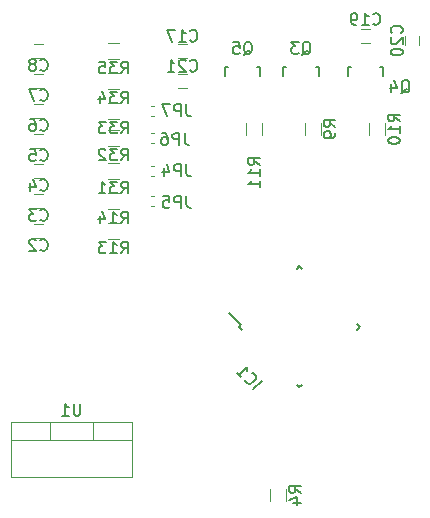
<source format=gbo>
G04 #@! TF.FileFunction,Legend,Bot*
%FSLAX46Y46*%
G04 Gerber Fmt 4.6, Leading zero omitted, Abs format (unit mm)*
G04 Created by KiCad (PCBNEW 4.0.2-stable) date 01.03.2017 20:49:35*
%MOMM*%
G01*
G04 APERTURE LIST*
%ADD10C,0.100000*%
%ADD11C,0.150000*%
%ADD12C,0.120000*%
G04 APERTURE END LIST*
D10*
D11*
X132177840Y-72501760D02*
X132226100Y-72501760D01*
X134976820Y-73202800D02*
X134976820Y-72501760D01*
X134976820Y-72501760D02*
X134727900Y-72501760D01*
X132177840Y-72501760D02*
X131977180Y-72501760D01*
X131977180Y-72501760D02*
X131977180Y-73202800D01*
X137638840Y-72501760D02*
X137687100Y-72501760D01*
X140437820Y-73202800D02*
X140437820Y-72501760D01*
X140437820Y-72501760D02*
X140188900Y-72501760D01*
X137638840Y-72501760D02*
X137438180Y-72501760D01*
X137438180Y-72501760D02*
X137438180Y-73202800D01*
X127224840Y-72501760D02*
X127273100Y-72501760D01*
X130023820Y-73202800D02*
X130023820Y-72501760D01*
X130023820Y-72501760D02*
X129774900Y-72501760D01*
X127224840Y-72501760D02*
X127024180Y-72501760D01*
X127024180Y-72501760D02*
X127024180Y-73202800D01*
X128223476Y-94488000D02*
X128382575Y-94328901D01*
X133350000Y-99614524D02*
X133579810Y-99384714D01*
X138476524Y-94488000D02*
X138246714Y-94717810D01*
X133350000Y-89361476D02*
X133120190Y-89591286D01*
X128223476Y-94488000D02*
X128453286Y-94717810D01*
X133350000Y-89361476D02*
X133579810Y-89591286D01*
X138476524Y-94488000D02*
X138246714Y-94258190D01*
X133350000Y-99614524D02*
X133120190Y-99384714D01*
X128382575Y-94328901D02*
X127374948Y-93321274D01*
D12*
X120784000Y-80840000D02*
X121024000Y-80840000D01*
X121024000Y-81720000D02*
X120784000Y-81720000D01*
X120784000Y-83380000D02*
X121024000Y-83380000D01*
X121024000Y-84260000D02*
X120784000Y-84260000D01*
X121024000Y-78926000D02*
X120784000Y-78926000D01*
X120784000Y-78046000D02*
X121024000Y-78046000D01*
X121024000Y-76640000D02*
X120784000Y-76640000D01*
X120784000Y-75760000D02*
X121024000Y-75760000D01*
X118102000Y-85680000D02*
X117102000Y-85680000D01*
X117102000Y-87040000D02*
X118102000Y-87040000D01*
X118102000Y-83140000D02*
X117102000Y-83140000D01*
X117102000Y-84500000D02*
X118102000Y-84500000D01*
X118102000Y-80600000D02*
X117102000Y-80600000D01*
X117102000Y-81960000D02*
X118102000Y-81960000D01*
X118102000Y-77806000D02*
X117102000Y-77806000D01*
X117102000Y-79166000D02*
X118102000Y-79166000D01*
X118102000Y-75520000D02*
X117102000Y-75520000D01*
X117102000Y-76880000D02*
X118102000Y-76880000D01*
X118102000Y-72980000D02*
X117102000Y-72980000D01*
X117102000Y-74340000D02*
X118102000Y-74340000D01*
X118102000Y-70440000D02*
X117102000Y-70440000D01*
X117102000Y-71800000D02*
X118102000Y-71800000D01*
X110902000Y-86960000D02*
X111602000Y-86960000D01*
X111602000Y-85760000D02*
X110902000Y-85760000D01*
X110902000Y-84420000D02*
X111602000Y-84420000D01*
X111602000Y-83220000D02*
X110902000Y-83220000D01*
X110902000Y-81880000D02*
X111602000Y-81880000D01*
X111602000Y-80680000D02*
X110902000Y-80680000D01*
X110902000Y-79340000D02*
X111602000Y-79340000D01*
X111602000Y-78140000D02*
X110902000Y-78140000D01*
X110902000Y-76800000D02*
X111602000Y-76800000D01*
X111602000Y-75600000D02*
X110902000Y-75600000D01*
X110902000Y-74260000D02*
X111602000Y-74260000D01*
X111602000Y-73060000D02*
X110902000Y-73060000D01*
X110902000Y-71720000D02*
X111602000Y-71720000D01*
X111602000Y-70520000D02*
X110902000Y-70520000D01*
X123794000Y-70520000D02*
X123094000Y-70520000D01*
X123094000Y-71720000D02*
X123794000Y-71720000D01*
X138588000Y-70450000D02*
X139288000Y-70450000D01*
X139288000Y-69250000D02*
X138588000Y-69250000D01*
X142275000Y-69881000D02*
X142275000Y-70581000D01*
X143475000Y-70581000D02*
X143475000Y-69881000D01*
X123794000Y-73060000D02*
X123094000Y-73060000D01*
X123094000Y-74260000D02*
X123794000Y-74260000D01*
X130892000Y-108212000D02*
X130892000Y-109212000D01*
X132252000Y-109212000D02*
X132252000Y-108212000D01*
X133813000Y-77224000D02*
X133813000Y-78224000D01*
X135173000Y-78224000D02*
X135173000Y-77224000D01*
X139274000Y-77224000D02*
X139274000Y-78224000D01*
X140634000Y-78224000D02*
X140634000Y-77224000D01*
X128860000Y-77224000D02*
X128860000Y-78224000D01*
X130220000Y-78224000D02*
X130220000Y-77224000D01*
X119166000Y-102536000D02*
X108926000Y-102536000D01*
X119166000Y-107177000D02*
X108926000Y-107177000D01*
X119166000Y-102536000D02*
X119166000Y-107177000D01*
X108926000Y-102536000D02*
X108926000Y-107177000D01*
X119166000Y-104046000D02*
X108926000Y-104046000D01*
X115896000Y-102536000D02*
X115896000Y-104046000D01*
X112195000Y-102536000D02*
X112195000Y-104046000D01*
D11*
X133572238Y-71449619D02*
X133667476Y-71402000D01*
X133762714Y-71306762D01*
X133905571Y-71163905D01*
X134000810Y-71116286D01*
X134096048Y-71116286D01*
X134048429Y-71354381D02*
X134143667Y-71306762D01*
X134238905Y-71211524D01*
X134286524Y-71021048D01*
X134286524Y-70687714D01*
X134238905Y-70497238D01*
X134143667Y-70402000D01*
X134048429Y-70354381D01*
X133857952Y-70354381D01*
X133762714Y-70402000D01*
X133667476Y-70497238D01*
X133619857Y-70687714D01*
X133619857Y-71021048D01*
X133667476Y-71211524D01*
X133762714Y-71306762D01*
X133857952Y-71354381D01*
X134048429Y-71354381D01*
X133286524Y-70354381D02*
X132667476Y-70354381D01*
X133000810Y-70735333D01*
X132857952Y-70735333D01*
X132762714Y-70782952D01*
X132715095Y-70830571D01*
X132667476Y-70925810D01*
X132667476Y-71163905D01*
X132715095Y-71259143D01*
X132762714Y-71306762D01*
X132857952Y-71354381D01*
X133143667Y-71354381D01*
X133238905Y-71306762D01*
X133286524Y-71259143D01*
X141954238Y-74715619D02*
X142049476Y-74668000D01*
X142144714Y-74572762D01*
X142287571Y-74429905D01*
X142382810Y-74382286D01*
X142478048Y-74382286D01*
X142430429Y-74620381D02*
X142525667Y-74572762D01*
X142620905Y-74477524D01*
X142668524Y-74287048D01*
X142668524Y-73953714D01*
X142620905Y-73763238D01*
X142525667Y-73668000D01*
X142430429Y-73620381D01*
X142239952Y-73620381D01*
X142144714Y-73668000D01*
X142049476Y-73763238D01*
X142001857Y-73953714D01*
X142001857Y-74287048D01*
X142049476Y-74477524D01*
X142144714Y-74572762D01*
X142239952Y-74620381D01*
X142430429Y-74620381D01*
X141144714Y-73953714D02*
X141144714Y-74620381D01*
X141382810Y-73572762D02*
X141620905Y-74287048D01*
X141001857Y-74287048D01*
X128619238Y-71449619D02*
X128714476Y-71402000D01*
X128809714Y-71306762D01*
X128952571Y-71163905D01*
X129047810Y-71116286D01*
X129143048Y-71116286D01*
X129095429Y-71354381D02*
X129190667Y-71306762D01*
X129285905Y-71211524D01*
X129333524Y-71021048D01*
X129333524Y-70687714D01*
X129285905Y-70497238D01*
X129190667Y-70402000D01*
X129095429Y-70354381D01*
X128904952Y-70354381D01*
X128809714Y-70402000D01*
X128714476Y-70497238D01*
X128666857Y-70687714D01*
X128666857Y-71021048D01*
X128714476Y-71211524D01*
X128809714Y-71306762D01*
X128904952Y-71354381D01*
X129095429Y-71354381D01*
X127762095Y-70354381D02*
X128238286Y-70354381D01*
X128285905Y-70830571D01*
X128238286Y-70782952D01*
X128143048Y-70735333D01*
X127904952Y-70735333D01*
X127809714Y-70782952D01*
X127762095Y-70830571D01*
X127714476Y-70925810D01*
X127714476Y-71163905D01*
X127762095Y-71259143D01*
X127809714Y-71306762D01*
X127904952Y-71354381D01*
X128143048Y-71354381D01*
X128238286Y-71306762D01*
X128285905Y-71259143D01*
X129442393Y-99776148D02*
X130149500Y-99069041D01*
X128768958Y-98968026D02*
X128768958Y-99035370D01*
X128836301Y-99170057D01*
X128903645Y-99237400D01*
X129038332Y-99304744D01*
X129173019Y-99304744D01*
X129274034Y-99271072D01*
X129442393Y-99170057D01*
X129543409Y-99069041D01*
X129644424Y-98900683D01*
X129678096Y-98799668D01*
X129678096Y-98664981D01*
X129610751Y-98530293D01*
X129543408Y-98462950D01*
X129408721Y-98395606D01*
X129341378Y-98395606D01*
X128028179Y-98361935D02*
X128432241Y-98765996D01*
X128230210Y-98563966D02*
X128937317Y-97856859D01*
X128903645Y-98025218D01*
X128903645Y-98159904D01*
X128937317Y-98260920D01*
X123769333Y-80732381D02*
X123769333Y-81446667D01*
X123816953Y-81589524D01*
X123912191Y-81684762D01*
X124055048Y-81732381D01*
X124150286Y-81732381D01*
X123293143Y-81732381D02*
X123293143Y-80732381D01*
X122912190Y-80732381D01*
X122816952Y-80780000D01*
X122769333Y-80827619D01*
X122721714Y-80922857D01*
X122721714Y-81065714D01*
X122769333Y-81160952D01*
X122816952Y-81208571D01*
X122912190Y-81256190D01*
X123293143Y-81256190D01*
X121864571Y-81065714D02*
X121864571Y-81732381D01*
X122102667Y-80684762D02*
X122340762Y-81399048D01*
X121721714Y-81399048D01*
X123769333Y-83399381D02*
X123769333Y-84113667D01*
X123816953Y-84256524D01*
X123912191Y-84351762D01*
X124055048Y-84399381D01*
X124150286Y-84399381D01*
X123293143Y-84399381D02*
X123293143Y-83399381D01*
X122912190Y-83399381D01*
X122816952Y-83447000D01*
X122769333Y-83494619D01*
X122721714Y-83589857D01*
X122721714Y-83732714D01*
X122769333Y-83827952D01*
X122816952Y-83875571D01*
X122912190Y-83923190D01*
X123293143Y-83923190D01*
X121816952Y-83399381D02*
X122293143Y-83399381D01*
X122340762Y-83875571D01*
X122293143Y-83827952D01*
X122197905Y-83780333D01*
X121959809Y-83780333D01*
X121864571Y-83827952D01*
X121816952Y-83875571D01*
X121769333Y-83970810D01*
X121769333Y-84208905D01*
X121816952Y-84304143D01*
X121864571Y-84351762D01*
X121959809Y-84399381D01*
X122197905Y-84399381D01*
X122293143Y-84351762D01*
X122340762Y-84304143D01*
X123642333Y-78065381D02*
X123642333Y-78779667D01*
X123689953Y-78922524D01*
X123785191Y-79017762D01*
X123928048Y-79065381D01*
X124023286Y-79065381D01*
X123166143Y-79065381D02*
X123166143Y-78065381D01*
X122785190Y-78065381D01*
X122689952Y-78113000D01*
X122642333Y-78160619D01*
X122594714Y-78255857D01*
X122594714Y-78398714D01*
X122642333Y-78493952D01*
X122689952Y-78541571D01*
X122785190Y-78589190D01*
X123166143Y-78589190D01*
X121737571Y-78065381D02*
X121928048Y-78065381D01*
X122023286Y-78113000D01*
X122070905Y-78160619D01*
X122166143Y-78303476D01*
X122213762Y-78493952D01*
X122213762Y-78874905D01*
X122166143Y-78970143D01*
X122118524Y-79017762D01*
X122023286Y-79065381D01*
X121832809Y-79065381D01*
X121737571Y-79017762D01*
X121689952Y-78970143D01*
X121642333Y-78874905D01*
X121642333Y-78636810D01*
X121689952Y-78541571D01*
X121737571Y-78493952D01*
X121832809Y-78446333D01*
X122023286Y-78446333D01*
X122118524Y-78493952D01*
X122166143Y-78541571D01*
X122213762Y-78636810D01*
X123769333Y-75652381D02*
X123769333Y-76366667D01*
X123816953Y-76509524D01*
X123912191Y-76604762D01*
X124055048Y-76652381D01*
X124150286Y-76652381D01*
X123293143Y-76652381D02*
X123293143Y-75652381D01*
X122912190Y-75652381D01*
X122816952Y-75700000D01*
X122769333Y-75747619D01*
X122721714Y-75842857D01*
X122721714Y-75985714D01*
X122769333Y-76080952D01*
X122816952Y-76128571D01*
X122912190Y-76176190D01*
X123293143Y-76176190D01*
X122388381Y-75652381D02*
X121721714Y-75652381D01*
X122150286Y-76652381D01*
X118244857Y-88262381D02*
X118578191Y-87786190D01*
X118816286Y-88262381D02*
X118816286Y-87262381D01*
X118435333Y-87262381D01*
X118340095Y-87310000D01*
X118292476Y-87357619D01*
X118244857Y-87452857D01*
X118244857Y-87595714D01*
X118292476Y-87690952D01*
X118340095Y-87738571D01*
X118435333Y-87786190D01*
X118816286Y-87786190D01*
X117292476Y-88262381D02*
X117863905Y-88262381D01*
X117578191Y-88262381D02*
X117578191Y-87262381D01*
X117673429Y-87405238D01*
X117768667Y-87500476D01*
X117863905Y-87548095D01*
X116959143Y-87262381D02*
X116340095Y-87262381D01*
X116673429Y-87643333D01*
X116530571Y-87643333D01*
X116435333Y-87690952D01*
X116387714Y-87738571D01*
X116340095Y-87833810D01*
X116340095Y-88071905D01*
X116387714Y-88167143D01*
X116435333Y-88214762D01*
X116530571Y-88262381D01*
X116816286Y-88262381D01*
X116911524Y-88214762D01*
X116959143Y-88167143D01*
X118244857Y-85722381D02*
X118578191Y-85246190D01*
X118816286Y-85722381D02*
X118816286Y-84722381D01*
X118435333Y-84722381D01*
X118340095Y-84770000D01*
X118292476Y-84817619D01*
X118244857Y-84912857D01*
X118244857Y-85055714D01*
X118292476Y-85150952D01*
X118340095Y-85198571D01*
X118435333Y-85246190D01*
X118816286Y-85246190D01*
X117292476Y-85722381D02*
X117863905Y-85722381D01*
X117578191Y-85722381D02*
X117578191Y-84722381D01*
X117673429Y-84865238D01*
X117768667Y-84960476D01*
X117863905Y-85008095D01*
X116435333Y-85055714D02*
X116435333Y-85722381D01*
X116673429Y-84674762D02*
X116911524Y-85389048D01*
X116292476Y-85389048D01*
X118244857Y-83182381D02*
X118578191Y-82706190D01*
X118816286Y-83182381D02*
X118816286Y-82182381D01*
X118435333Y-82182381D01*
X118340095Y-82230000D01*
X118292476Y-82277619D01*
X118244857Y-82372857D01*
X118244857Y-82515714D01*
X118292476Y-82610952D01*
X118340095Y-82658571D01*
X118435333Y-82706190D01*
X118816286Y-82706190D01*
X117911524Y-82182381D02*
X117292476Y-82182381D01*
X117625810Y-82563333D01*
X117482952Y-82563333D01*
X117387714Y-82610952D01*
X117340095Y-82658571D01*
X117292476Y-82753810D01*
X117292476Y-82991905D01*
X117340095Y-83087143D01*
X117387714Y-83134762D01*
X117482952Y-83182381D01*
X117768667Y-83182381D01*
X117863905Y-83134762D01*
X117911524Y-83087143D01*
X116340095Y-83182381D02*
X116911524Y-83182381D01*
X116625810Y-83182381D02*
X116625810Y-82182381D01*
X116721048Y-82325238D01*
X116816286Y-82420476D01*
X116911524Y-82468095D01*
X118244857Y-80388381D02*
X118578191Y-79912190D01*
X118816286Y-80388381D02*
X118816286Y-79388381D01*
X118435333Y-79388381D01*
X118340095Y-79436000D01*
X118292476Y-79483619D01*
X118244857Y-79578857D01*
X118244857Y-79721714D01*
X118292476Y-79816952D01*
X118340095Y-79864571D01*
X118435333Y-79912190D01*
X118816286Y-79912190D01*
X117911524Y-79388381D02*
X117292476Y-79388381D01*
X117625810Y-79769333D01*
X117482952Y-79769333D01*
X117387714Y-79816952D01*
X117340095Y-79864571D01*
X117292476Y-79959810D01*
X117292476Y-80197905D01*
X117340095Y-80293143D01*
X117387714Y-80340762D01*
X117482952Y-80388381D01*
X117768667Y-80388381D01*
X117863905Y-80340762D01*
X117911524Y-80293143D01*
X116911524Y-79483619D02*
X116863905Y-79436000D01*
X116768667Y-79388381D01*
X116530571Y-79388381D01*
X116435333Y-79436000D01*
X116387714Y-79483619D01*
X116340095Y-79578857D01*
X116340095Y-79674095D01*
X116387714Y-79816952D01*
X116959143Y-80388381D01*
X116340095Y-80388381D01*
X118244857Y-78102381D02*
X118578191Y-77626190D01*
X118816286Y-78102381D02*
X118816286Y-77102381D01*
X118435333Y-77102381D01*
X118340095Y-77150000D01*
X118292476Y-77197619D01*
X118244857Y-77292857D01*
X118244857Y-77435714D01*
X118292476Y-77530952D01*
X118340095Y-77578571D01*
X118435333Y-77626190D01*
X118816286Y-77626190D01*
X117911524Y-77102381D02*
X117292476Y-77102381D01*
X117625810Y-77483333D01*
X117482952Y-77483333D01*
X117387714Y-77530952D01*
X117340095Y-77578571D01*
X117292476Y-77673810D01*
X117292476Y-77911905D01*
X117340095Y-78007143D01*
X117387714Y-78054762D01*
X117482952Y-78102381D01*
X117768667Y-78102381D01*
X117863905Y-78054762D01*
X117911524Y-78007143D01*
X116959143Y-77102381D02*
X116340095Y-77102381D01*
X116673429Y-77483333D01*
X116530571Y-77483333D01*
X116435333Y-77530952D01*
X116387714Y-77578571D01*
X116340095Y-77673810D01*
X116340095Y-77911905D01*
X116387714Y-78007143D01*
X116435333Y-78054762D01*
X116530571Y-78102381D01*
X116816286Y-78102381D01*
X116911524Y-78054762D01*
X116959143Y-78007143D01*
X118244857Y-75562381D02*
X118578191Y-75086190D01*
X118816286Y-75562381D02*
X118816286Y-74562381D01*
X118435333Y-74562381D01*
X118340095Y-74610000D01*
X118292476Y-74657619D01*
X118244857Y-74752857D01*
X118244857Y-74895714D01*
X118292476Y-74990952D01*
X118340095Y-75038571D01*
X118435333Y-75086190D01*
X118816286Y-75086190D01*
X117911524Y-74562381D02*
X117292476Y-74562381D01*
X117625810Y-74943333D01*
X117482952Y-74943333D01*
X117387714Y-74990952D01*
X117340095Y-75038571D01*
X117292476Y-75133810D01*
X117292476Y-75371905D01*
X117340095Y-75467143D01*
X117387714Y-75514762D01*
X117482952Y-75562381D01*
X117768667Y-75562381D01*
X117863905Y-75514762D01*
X117911524Y-75467143D01*
X116435333Y-74895714D02*
X116435333Y-75562381D01*
X116673429Y-74514762D02*
X116911524Y-75229048D01*
X116292476Y-75229048D01*
X118244857Y-73022381D02*
X118578191Y-72546190D01*
X118816286Y-73022381D02*
X118816286Y-72022381D01*
X118435333Y-72022381D01*
X118340095Y-72070000D01*
X118292476Y-72117619D01*
X118244857Y-72212857D01*
X118244857Y-72355714D01*
X118292476Y-72450952D01*
X118340095Y-72498571D01*
X118435333Y-72546190D01*
X118816286Y-72546190D01*
X117911524Y-72022381D02*
X117292476Y-72022381D01*
X117625810Y-72403333D01*
X117482952Y-72403333D01*
X117387714Y-72450952D01*
X117340095Y-72498571D01*
X117292476Y-72593810D01*
X117292476Y-72831905D01*
X117340095Y-72927143D01*
X117387714Y-72974762D01*
X117482952Y-73022381D01*
X117768667Y-73022381D01*
X117863905Y-72974762D01*
X117911524Y-72927143D01*
X116387714Y-72022381D02*
X116863905Y-72022381D01*
X116911524Y-72498571D01*
X116863905Y-72450952D01*
X116768667Y-72403333D01*
X116530571Y-72403333D01*
X116435333Y-72450952D01*
X116387714Y-72498571D01*
X116340095Y-72593810D01*
X116340095Y-72831905D01*
X116387714Y-72927143D01*
X116435333Y-72974762D01*
X116530571Y-73022381D01*
X116768667Y-73022381D01*
X116863905Y-72974762D01*
X116911524Y-72927143D01*
X111418666Y-87967143D02*
X111466285Y-88014762D01*
X111609142Y-88062381D01*
X111704380Y-88062381D01*
X111847238Y-88014762D01*
X111942476Y-87919524D01*
X111990095Y-87824286D01*
X112037714Y-87633810D01*
X112037714Y-87490952D01*
X111990095Y-87300476D01*
X111942476Y-87205238D01*
X111847238Y-87110000D01*
X111704380Y-87062381D01*
X111609142Y-87062381D01*
X111466285Y-87110000D01*
X111418666Y-87157619D01*
X111037714Y-87157619D02*
X110990095Y-87110000D01*
X110894857Y-87062381D01*
X110656761Y-87062381D01*
X110561523Y-87110000D01*
X110513904Y-87157619D01*
X110466285Y-87252857D01*
X110466285Y-87348095D01*
X110513904Y-87490952D01*
X111085333Y-88062381D01*
X110466285Y-88062381D01*
X111418666Y-85427143D02*
X111466285Y-85474762D01*
X111609142Y-85522381D01*
X111704380Y-85522381D01*
X111847238Y-85474762D01*
X111942476Y-85379524D01*
X111990095Y-85284286D01*
X112037714Y-85093810D01*
X112037714Y-84950952D01*
X111990095Y-84760476D01*
X111942476Y-84665238D01*
X111847238Y-84570000D01*
X111704380Y-84522381D01*
X111609142Y-84522381D01*
X111466285Y-84570000D01*
X111418666Y-84617619D01*
X111085333Y-84522381D02*
X110466285Y-84522381D01*
X110799619Y-84903333D01*
X110656761Y-84903333D01*
X110561523Y-84950952D01*
X110513904Y-84998571D01*
X110466285Y-85093810D01*
X110466285Y-85331905D01*
X110513904Y-85427143D01*
X110561523Y-85474762D01*
X110656761Y-85522381D01*
X110942476Y-85522381D01*
X111037714Y-85474762D01*
X111085333Y-85427143D01*
X111418666Y-82887143D02*
X111466285Y-82934762D01*
X111609142Y-82982381D01*
X111704380Y-82982381D01*
X111847238Y-82934762D01*
X111942476Y-82839524D01*
X111990095Y-82744286D01*
X112037714Y-82553810D01*
X112037714Y-82410952D01*
X111990095Y-82220476D01*
X111942476Y-82125238D01*
X111847238Y-82030000D01*
X111704380Y-81982381D01*
X111609142Y-81982381D01*
X111466285Y-82030000D01*
X111418666Y-82077619D01*
X110561523Y-82315714D02*
X110561523Y-82982381D01*
X110799619Y-81934762D02*
X111037714Y-82649048D01*
X110418666Y-82649048D01*
X111418666Y-80347143D02*
X111466285Y-80394762D01*
X111609142Y-80442381D01*
X111704380Y-80442381D01*
X111847238Y-80394762D01*
X111942476Y-80299524D01*
X111990095Y-80204286D01*
X112037714Y-80013810D01*
X112037714Y-79870952D01*
X111990095Y-79680476D01*
X111942476Y-79585238D01*
X111847238Y-79490000D01*
X111704380Y-79442381D01*
X111609142Y-79442381D01*
X111466285Y-79490000D01*
X111418666Y-79537619D01*
X110513904Y-79442381D02*
X110990095Y-79442381D01*
X111037714Y-79918571D01*
X110990095Y-79870952D01*
X110894857Y-79823333D01*
X110656761Y-79823333D01*
X110561523Y-79870952D01*
X110513904Y-79918571D01*
X110466285Y-80013810D01*
X110466285Y-80251905D01*
X110513904Y-80347143D01*
X110561523Y-80394762D01*
X110656761Y-80442381D01*
X110894857Y-80442381D01*
X110990095Y-80394762D01*
X111037714Y-80347143D01*
X111418666Y-77807143D02*
X111466285Y-77854762D01*
X111609142Y-77902381D01*
X111704380Y-77902381D01*
X111847238Y-77854762D01*
X111942476Y-77759524D01*
X111990095Y-77664286D01*
X112037714Y-77473810D01*
X112037714Y-77330952D01*
X111990095Y-77140476D01*
X111942476Y-77045238D01*
X111847238Y-76950000D01*
X111704380Y-76902381D01*
X111609142Y-76902381D01*
X111466285Y-76950000D01*
X111418666Y-76997619D01*
X110561523Y-76902381D02*
X110752000Y-76902381D01*
X110847238Y-76950000D01*
X110894857Y-76997619D01*
X110990095Y-77140476D01*
X111037714Y-77330952D01*
X111037714Y-77711905D01*
X110990095Y-77807143D01*
X110942476Y-77854762D01*
X110847238Y-77902381D01*
X110656761Y-77902381D01*
X110561523Y-77854762D01*
X110513904Y-77807143D01*
X110466285Y-77711905D01*
X110466285Y-77473810D01*
X110513904Y-77378571D01*
X110561523Y-77330952D01*
X110656761Y-77283333D01*
X110847238Y-77283333D01*
X110942476Y-77330952D01*
X110990095Y-77378571D01*
X111037714Y-77473810D01*
X111418666Y-75267143D02*
X111466285Y-75314762D01*
X111609142Y-75362381D01*
X111704380Y-75362381D01*
X111847238Y-75314762D01*
X111942476Y-75219524D01*
X111990095Y-75124286D01*
X112037714Y-74933810D01*
X112037714Y-74790952D01*
X111990095Y-74600476D01*
X111942476Y-74505238D01*
X111847238Y-74410000D01*
X111704380Y-74362381D01*
X111609142Y-74362381D01*
X111466285Y-74410000D01*
X111418666Y-74457619D01*
X111085333Y-74362381D02*
X110418666Y-74362381D01*
X110847238Y-75362381D01*
X111418666Y-72727143D02*
X111466285Y-72774762D01*
X111609142Y-72822381D01*
X111704380Y-72822381D01*
X111847238Y-72774762D01*
X111942476Y-72679524D01*
X111990095Y-72584286D01*
X112037714Y-72393810D01*
X112037714Y-72250952D01*
X111990095Y-72060476D01*
X111942476Y-71965238D01*
X111847238Y-71870000D01*
X111704380Y-71822381D01*
X111609142Y-71822381D01*
X111466285Y-71870000D01*
X111418666Y-71917619D01*
X110847238Y-72250952D02*
X110942476Y-72203333D01*
X110990095Y-72155714D01*
X111037714Y-72060476D01*
X111037714Y-72012857D01*
X110990095Y-71917619D01*
X110942476Y-71870000D01*
X110847238Y-71822381D01*
X110656761Y-71822381D01*
X110561523Y-71870000D01*
X110513904Y-71917619D01*
X110466285Y-72012857D01*
X110466285Y-72060476D01*
X110513904Y-72155714D01*
X110561523Y-72203333D01*
X110656761Y-72250952D01*
X110847238Y-72250952D01*
X110942476Y-72298571D01*
X110990095Y-72346190D01*
X111037714Y-72441429D01*
X111037714Y-72631905D01*
X110990095Y-72727143D01*
X110942476Y-72774762D01*
X110847238Y-72822381D01*
X110656761Y-72822381D01*
X110561523Y-72774762D01*
X110513904Y-72727143D01*
X110466285Y-72631905D01*
X110466285Y-72441429D01*
X110513904Y-72346190D01*
X110561523Y-72298571D01*
X110656761Y-72250952D01*
X124086857Y-70227143D02*
X124134476Y-70274762D01*
X124277333Y-70322381D01*
X124372571Y-70322381D01*
X124515429Y-70274762D01*
X124610667Y-70179524D01*
X124658286Y-70084286D01*
X124705905Y-69893810D01*
X124705905Y-69750952D01*
X124658286Y-69560476D01*
X124610667Y-69465238D01*
X124515429Y-69370000D01*
X124372571Y-69322381D01*
X124277333Y-69322381D01*
X124134476Y-69370000D01*
X124086857Y-69417619D01*
X123134476Y-70322381D02*
X123705905Y-70322381D01*
X123420191Y-70322381D02*
X123420191Y-69322381D01*
X123515429Y-69465238D01*
X123610667Y-69560476D01*
X123705905Y-69608095D01*
X122801143Y-69322381D02*
X122134476Y-69322381D01*
X122563048Y-70322381D01*
X139580857Y-68810143D02*
X139628476Y-68857762D01*
X139771333Y-68905381D01*
X139866571Y-68905381D01*
X140009429Y-68857762D01*
X140104667Y-68762524D01*
X140152286Y-68667286D01*
X140199905Y-68476810D01*
X140199905Y-68333952D01*
X140152286Y-68143476D01*
X140104667Y-68048238D01*
X140009429Y-67953000D01*
X139866571Y-67905381D01*
X139771333Y-67905381D01*
X139628476Y-67953000D01*
X139580857Y-68000619D01*
X138628476Y-68905381D02*
X139199905Y-68905381D01*
X138914191Y-68905381D02*
X138914191Y-67905381D01*
X139009429Y-68048238D01*
X139104667Y-68143476D01*
X139199905Y-68191095D01*
X138152286Y-68905381D02*
X137961810Y-68905381D01*
X137866571Y-68857762D01*
X137818952Y-68810143D01*
X137723714Y-68667286D01*
X137676095Y-68476810D01*
X137676095Y-68095857D01*
X137723714Y-68000619D01*
X137771333Y-67953000D01*
X137866571Y-67905381D01*
X138057048Y-67905381D01*
X138152286Y-67953000D01*
X138199905Y-68000619D01*
X138247524Y-68095857D01*
X138247524Y-68333952D01*
X138199905Y-68429190D01*
X138152286Y-68476810D01*
X138057048Y-68524429D01*
X137866571Y-68524429D01*
X137771333Y-68476810D01*
X137723714Y-68429190D01*
X137676095Y-68333952D01*
X141982143Y-69588143D02*
X142029762Y-69540524D01*
X142077381Y-69397667D01*
X142077381Y-69302429D01*
X142029762Y-69159571D01*
X141934524Y-69064333D01*
X141839286Y-69016714D01*
X141648810Y-68969095D01*
X141505952Y-68969095D01*
X141315476Y-69016714D01*
X141220238Y-69064333D01*
X141125000Y-69159571D01*
X141077381Y-69302429D01*
X141077381Y-69397667D01*
X141125000Y-69540524D01*
X141172619Y-69588143D01*
X141172619Y-69969095D02*
X141125000Y-70016714D01*
X141077381Y-70111952D01*
X141077381Y-70350048D01*
X141125000Y-70445286D01*
X141172619Y-70492905D01*
X141267857Y-70540524D01*
X141363095Y-70540524D01*
X141505952Y-70492905D01*
X142077381Y-69921476D01*
X142077381Y-70540524D01*
X141077381Y-71159571D02*
X141077381Y-71254810D01*
X141125000Y-71350048D01*
X141172619Y-71397667D01*
X141267857Y-71445286D01*
X141458333Y-71492905D01*
X141696429Y-71492905D01*
X141886905Y-71445286D01*
X141982143Y-71397667D01*
X142029762Y-71350048D01*
X142077381Y-71254810D01*
X142077381Y-71159571D01*
X142029762Y-71064333D01*
X141982143Y-71016714D01*
X141886905Y-70969095D01*
X141696429Y-70921476D01*
X141458333Y-70921476D01*
X141267857Y-70969095D01*
X141172619Y-71016714D01*
X141125000Y-71064333D01*
X141077381Y-71159571D01*
X124086857Y-72767143D02*
X124134476Y-72814762D01*
X124277333Y-72862381D01*
X124372571Y-72862381D01*
X124515429Y-72814762D01*
X124610667Y-72719524D01*
X124658286Y-72624286D01*
X124705905Y-72433810D01*
X124705905Y-72290952D01*
X124658286Y-72100476D01*
X124610667Y-72005238D01*
X124515429Y-71910000D01*
X124372571Y-71862381D01*
X124277333Y-71862381D01*
X124134476Y-71910000D01*
X124086857Y-71957619D01*
X123705905Y-71957619D02*
X123658286Y-71910000D01*
X123563048Y-71862381D01*
X123324952Y-71862381D01*
X123229714Y-71910000D01*
X123182095Y-71957619D01*
X123134476Y-72052857D01*
X123134476Y-72148095D01*
X123182095Y-72290952D01*
X123753524Y-72862381D01*
X123134476Y-72862381D01*
X122182095Y-72862381D02*
X122753524Y-72862381D01*
X122467810Y-72862381D02*
X122467810Y-71862381D01*
X122563048Y-72005238D01*
X122658286Y-72100476D01*
X122753524Y-72148095D01*
X133474381Y-108545334D02*
X132998190Y-108212000D01*
X133474381Y-107973905D02*
X132474381Y-107973905D01*
X132474381Y-108354858D01*
X132522000Y-108450096D01*
X132569619Y-108497715D01*
X132664857Y-108545334D01*
X132807714Y-108545334D01*
X132902952Y-108497715D01*
X132950571Y-108450096D01*
X132998190Y-108354858D01*
X132998190Y-107973905D01*
X132807714Y-109402477D02*
X133474381Y-109402477D01*
X132426762Y-109164381D02*
X133141048Y-108926286D01*
X133141048Y-109545334D01*
X136395381Y-77557334D02*
X135919190Y-77224000D01*
X136395381Y-76985905D02*
X135395381Y-76985905D01*
X135395381Y-77366858D01*
X135443000Y-77462096D01*
X135490619Y-77509715D01*
X135585857Y-77557334D01*
X135728714Y-77557334D01*
X135823952Y-77509715D01*
X135871571Y-77462096D01*
X135919190Y-77366858D01*
X135919190Y-76985905D01*
X136395381Y-78033524D02*
X136395381Y-78224000D01*
X136347762Y-78319239D01*
X136300143Y-78366858D01*
X136157286Y-78462096D01*
X135966810Y-78509715D01*
X135585857Y-78509715D01*
X135490619Y-78462096D01*
X135443000Y-78414477D01*
X135395381Y-78319239D01*
X135395381Y-78128762D01*
X135443000Y-78033524D01*
X135490619Y-77985905D01*
X135585857Y-77938286D01*
X135823952Y-77938286D01*
X135919190Y-77985905D01*
X135966810Y-78033524D01*
X136014429Y-78128762D01*
X136014429Y-78319239D01*
X135966810Y-78414477D01*
X135919190Y-78462096D01*
X135823952Y-78509715D01*
X141856381Y-77081143D02*
X141380190Y-76747809D01*
X141856381Y-76509714D02*
X140856381Y-76509714D01*
X140856381Y-76890667D01*
X140904000Y-76985905D01*
X140951619Y-77033524D01*
X141046857Y-77081143D01*
X141189714Y-77081143D01*
X141284952Y-77033524D01*
X141332571Y-76985905D01*
X141380190Y-76890667D01*
X141380190Y-76509714D01*
X141856381Y-78033524D02*
X141856381Y-77462095D01*
X141856381Y-77747809D02*
X140856381Y-77747809D01*
X140999238Y-77652571D01*
X141094476Y-77557333D01*
X141142095Y-77462095D01*
X140856381Y-78652571D02*
X140856381Y-78747810D01*
X140904000Y-78843048D01*
X140951619Y-78890667D01*
X141046857Y-78938286D01*
X141237333Y-78985905D01*
X141475429Y-78985905D01*
X141665905Y-78938286D01*
X141761143Y-78890667D01*
X141808762Y-78843048D01*
X141856381Y-78747810D01*
X141856381Y-78652571D01*
X141808762Y-78557333D01*
X141761143Y-78509714D01*
X141665905Y-78462095D01*
X141475429Y-78414476D01*
X141237333Y-78414476D01*
X141046857Y-78462095D01*
X140951619Y-78509714D01*
X140904000Y-78557333D01*
X140856381Y-78652571D01*
X129992381Y-80764143D02*
X129516190Y-80430809D01*
X129992381Y-80192714D02*
X128992381Y-80192714D01*
X128992381Y-80573667D01*
X129040000Y-80668905D01*
X129087619Y-80716524D01*
X129182857Y-80764143D01*
X129325714Y-80764143D01*
X129420952Y-80716524D01*
X129468571Y-80668905D01*
X129516190Y-80573667D01*
X129516190Y-80192714D01*
X129992381Y-81716524D02*
X129992381Y-81145095D01*
X129992381Y-81430809D02*
X128992381Y-81430809D01*
X129135238Y-81335571D01*
X129230476Y-81240333D01*
X129278095Y-81145095D01*
X129992381Y-82668905D02*
X129992381Y-82097476D01*
X129992381Y-82383190D02*
X128992381Y-82383190D01*
X129135238Y-82287952D01*
X129230476Y-82192714D01*
X129278095Y-82097476D01*
X114807905Y-100988381D02*
X114807905Y-101797905D01*
X114760286Y-101893143D01*
X114712667Y-101940762D01*
X114617429Y-101988381D01*
X114426952Y-101988381D01*
X114331714Y-101940762D01*
X114284095Y-101893143D01*
X114236476Y-101797905D01*
X114236476Y-100988381D01*
X113236476Y-101988381D02*
X113807905Y-101988381D01*
X113522191Y-101988381D02*
X113522191Y-100988381D01*
X113617429Y-101131238D01*
X113712667Y-101226476D01*
X113807905Y-101274095D01*
M02*

</source>
